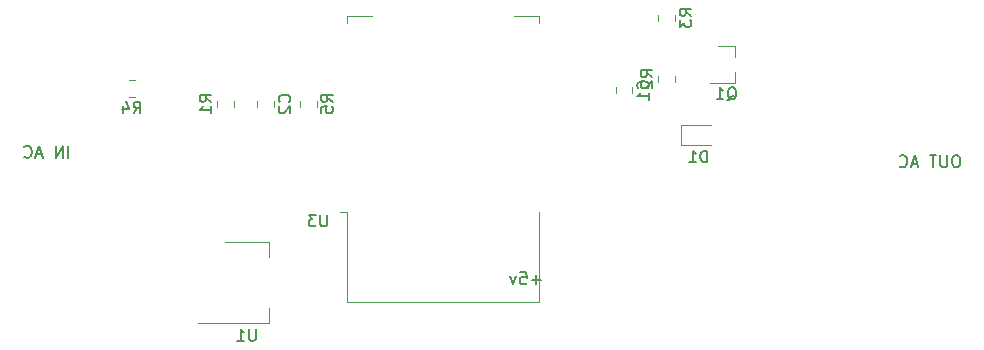
<source format=gbo>
G04 #@! TF.GenerationSoftware,KiCad,Pcbnew,5.1.12-84ad8e8a86~92~ubuntu20.04.1*
G04 #@! TF.CreationDate,2021-11-22T17:19:42+01:00*
G04 #@! TF.ProjectId,iotOnOff,696f744f-6e4f-4666-962e-6b696361645f,rev?*
G04 #@! TF.SameCoordinates,Original*
G04 #@! TF.FileFunction,Legend,Bot*
G04 #@! TF.FilePolarity,Positive*
%FSLAX46Y46*%
G04 Gerber Fmt 4.6, Leading zero omitted, Abs format (unit mm)*
G04 Created by KiCad (PCBNEW 5.1.12-84ad8e8a86~92~ubuntu20.04.1) date 2021-11-22 17:19:42*
%MOMM*%
%LPD*%
G01*
G04 APERTURE LIST*
%ADD10C,0.150000*%
%ADD11C,0.120000*%
%ADD12C,2.402000*%
%ADD13C,2.102000*%
%ADD14O,1.802000X1.802000*%
%ADD15C,2.602000*%
%ADD16C,3.102000*%
%ADD17C,1.902000*%
G04 APERTURE END LIST*
D10*
X144438095Y-106371428D02*
X143676190Y-106371428D01*
X144057142Y-106752380D02*
X144057142Y-105990476D01*
X142723809Y-105752380D02*
X143200000Y-105752380D01*
X143247619Y-106228571D01*
X143200000Y-106180952D01*
X143104761Y-106133333D01*
X142866666Y-106133333D01*
X142771428Y-106180952D01*
X142723809Y-106228571D01*
X142676190Y-106323809D01*
X142676190Y-106561904D01*
X142723809Y-106657142D01*
X142771428Y-106704761D01*
X142866666Y-106752380D01*
X143104761Y-106752380D01*
X143200000Y-106704761D01*
X143247619Y-106657142D01*
X142342857Y-106085714D02*
X142104761Y-106752380D01*
X141866666Y-106085714D01*
X179709523Y-95852380D02*
X179519047Y-95852380D01*
X179423809Y-95900000D01*
X179328571Y-95995238D01*
X179280952Y-96185714D01*
X179280952Y-96519047D01*
X179328571Y-96709523D01*
X179423809Y-96804761D01*
X179519047Y-96852380D01*
X179709523Y-96852380D01*
X179804761Y-96804761D01*
X179900000Y-96709523D01*
X179947619Y-96519047D01*
X179947619Y-96185714D01*
X179900000Y-95995238D01*
X179804761Y-95900000D01*
X179709523Y-95852380D01*
X178852380Y-95852380D02*
X178852380Y-96661904D01*
X178804761Y-96757142D01*
X178757142Y-96804761D01*
X178661904Y-96852380D01*
X178471428Y-96852380D01*
X178376190Y-96804761D01*
X178328571Y-96757142D01*
X178280952Y-96661904D01*
X178280952Y-95852380D01*
X177947619Y-95852380D02*
X177376190Y-95852380D01*
X177661904Y-96852380D02*
X177661904Y-95852380D01*
X176328571Y-96566666D02*
X175852380Y-96566666D01*
X176423809Y-96852380D02*
X176090476Y-95852380D01*
X175757142Y-96852380D01*
X174852380Y-96757142D02*
X174900000Y-96804761D01*
X175042857Y-96852380D01*
X175138095Y-96852380D01*
X175280952Y-96804761D01*
X175376190Y-96709523D01*
X175423809Y-96614285D01*
X175471428Y-96423809D01*
X175471428Y-96280952D01*
X175423809Y-96090476D01*
X175376190Y-95995238D01*
X175280952Y-95900000D01*
X175138095Y-95852380D01*
X175042857Y-95852380D01*
X174900000Y-95900000D01*
X174852380Y-95947619D01*
X104433333Y-96052380D02*
X104433333Y-95052380D01*
X103957142Y-96052380D02*
X103957142Y-95052380D01*
X103385714Y-96052380D01*
X103385714Y-95052380D01*
X102195238Y-95766666D02*
X101719047Y-95766666D01*
X102290476Y-96052380D02*
X101957142Y-95052380D01*
X101623809Y-96052380D01*
X100719047Y-95957142D02*
X100766666Y-96004761D01*
X100909523Y-96052380D01*
X101004761Y-96052380D01*
X101147619Y-96004761D01*
X101242857Y-95909523D01*
X101290476Y-95814285D01*
X101338095Y-95623809D01*
X101338095Y-95480952D01*
X101290476Y-95290476D01*
X101242857Y-95195238D01*
X101147619Y-95100000D01*
X101004761Y-95052380D01*
X100909523Y-95052380D01*
X100766666Y-95100000D01*
X100719047Y-95147619D01*
D11*
X128030000Y-108270000D02*
X144270000Y-108270000D01*
X144270000Y-108270000D02*
X144270000Y-100650000D01*
X144270000Y-84650000D02*
X144270000Y-84030000D01*
X144270000Y-84030000D02*
X142150000Y-84030000D01*
X130150000Y-84030000D02*
X128030000Y-84030000D01*
X128030000Y-84030000D02*
X128030000Y-84650000D01*
X128030000Y-100650000D02*
X128030000Y-108270000D01*
X128030000Y-100650000D02*
X127420000Y-100650000D01*
X121460000Y-103190000D02*
X121460000Y-104450000D01*
X121460000Y-110010000D02*
X121460000Y-108750000D01*
X117700000Y-103190000D02*
X121460000Y-103190000D01*
X115450000Y-110010000D02*
X121460000Y-110010000D01*
X125460000Y-91758578D02*
X125460000Y-91241422D01*
X124040000Y-91758578D02*
X124040000Y-91241422D01*
X109541422Y-90910000D02*
X110058578Y-90910000D01*
X109541422Y-89490000D02*
X110058578Y-89490000D01*
X155810000Y-84458578D02*
X155810000Y-83941422D01*
X154390000Y-84458578D02*
X154390000Y-83941422D01*
X154390000Y-89141422D02*
X154390000Y-89658578D01*
X155810000Y-89141422D02*
X155810000Y-89658578D01*
X117040000Y-91241422D02*
X117040000Y-91758578D01*
X118460000Y-91241422D02*
X118460000Y-91758578D01*
X160910000Y-86570000D02*
X160910000Y-87500000D01*
X160910000Y-89730000D02*
X160910000Y-88800000D01*
X160910000Y-89730000D02*
X158750000Y-89730000D01*
X160910000Y-86570000D02*
X159450000Y-86570000D01*
X156300000Y-95000000D02*
X156300000Y-93300000D01*
X156300000Y-93300000D02*
X158850000Y-93300000D01*
X156300000Y-95000000D02*
X158850000Y-95000000D01*
X121860000Y-91758578D02*
X121860000Y-91241422D01*
X120440000Y-91758578D02*
X120440000Y-91241422D01*
X152210000Y-90608578D02*
X152210000Y-90091422D01*
X150790000Y-90608578D02*
X150790000Y-90091422D01*
D10*
X126351904Y-100862380D02*
X126351904Y-101671904D01*
X126304285Y-101767142D01*
X126256666Y-101814761D01*
X126161428Y-101862380D01*
X125970952Y-101862380D01*
X125875714Y-101814761D01*
X125828095Y-101767142D01*
X125780476Y-101671904D01*
X125780476Y-100862380D01*
X125399523Y-100862380D02*
X124780476Y-100862380D01*
X125113809Y-101243333D01*
X124970952Y-101243333D01*
X124875714Y-101290952D01*
X124828095Y-101338571D01*
X124780476Y-101433809D01*
X124780476Y-101671904D01*
X124828095Y-101767142D01*
X124875714Y-101814761D01*
X124970952Y-101862380D01*
X125256666Y-101862380D01*
X125351904Y-101814761D01*
X125399523Y-101767142D01*
X120311904Y-110552380D02*
X120311904Y-111361904D01*
X120264285Y-111457142D01*
X120216666Y-111504761D01*
X120121428Y-111552380D01*
X119930952Y-111552380D01*
X119835714Y-111504761D01*
X119788095Y-111457142D01*
X119740476Y-111361904D01*
X119740476Y-110552380D01*
X118740476Y-111552380D02*
X119311904Y-111552380D01*
X119026190Y-111552380D02*
X119026190Y-110552380D01*
X119121428Y-110695238D01*
X119216666Y-110790476D01*
X119311904Y-110838095D01*
X126852380Y-91333333D02*
X126376190Y-91000000D01*
X126852380Y-90761904D02*
X125852380Y-90761904D01*
X125852380Y-91142857D01*
X125900000Y-91238095D01*
X125947619Y-91285714D01*
X126042857Y-91333333D01*
X126185714Y-91333333D01*
X126280952Y-91285714D01*
X126328571Y-91238095D01*
X126376190Y-91142857D01*
X126376190Y-90761904D01*
X125852380Y-92238095D02*
X125852380Y-91761904D01*
X126328571Y-91714285D01*
X126280952Y-91761904D01*
X126233333Y-91857142D01*
X126233333Y-92095238D01*
X126280952Y-92190476D01*
X126328571Y-92238095D01*
X126423809Y-92285714D01*
X126661904Y-92285714D01*
X126757142Y-92238095D01*
X126804761Y-92190476D01*
X126852380Y-92095238D01*
X126852380Y-91857142D01*
X126804761Y-91761904D01*
X126757142Y-91714285D01*
X109966666Y-92302380D02*
X110300000Y-91826190D01*
X110538095Y-92302380D02*
X110538095Y-91302380D01*
X110157142Y-91302380D01*
X110061904Y-91350000D01*
X110014285Y-91397619D01*
X109966666Y-91492857D01*
X109966666Y-91635714D01*
X110014285Y-91730952D01*
X110061904Y-91778571D01*
X110157142Y-91826190D01*
X110538095Y-91826190D01*
X109109523Y-91635714D02*
X109109523Y-92302380D01*
X109347619Y-91254761D02*
X109585714Y-91969047D01*
X108966666Y-91969047D01*
X157202380Y-84033333D02*
X156726190Y-83700000D01*
X157202380Y-83461904D02*
X156202380Y-83461904D01*
X156202380Y-83842857D01*
X156250000Y-83938095D01*
X156297619Y-83985714D01*
X156392857Y-84033333D01*
X156535714Y-84033333D01*
X156630952Y-83985714D01*
X156678571Y-83938095D01*
X156726190Y-83842857D01*
X156726190Y-83461904D01*
X156202380Y-84366666D02*
X156202380Y-84985714D01*
X156583333Y-84652380D01*
X156583333Y-84795238D01*
X156630952Y-84890476D01*
X156678571Y-84938095D01*
X156773809Y-84985714D01*
X157011904Y-84985714D01*
X157107142Y-84938095D01*
X157154761Y-84890476D01*
X157202380Y-84795238D01*
X157202380Y-84509523D01*
X157154761Y-84414285D01*
X157107142Y-84366666D01*
X153902380Y-89233333D02*
X153426190Y-88900000D01*
X153902380Y-88661904D02*
X152902380Y-88661904D01*
X152902380Y-89042857D01*
X152950000Y-89138095D01*
X152997619Y-89185714D01*
X153092857Y-89233333D01*
X153235714Y-89233333D01*
X153330952Y-89185714D01*
X153378571Y-89138095D01*
X153426190Y-89042857D01*
X153426190Y-88661904D01*
X152997619Y-89614285D02*
X152950000Y-89661904D01*
X152902380Y-89757142D01*
X152902380Y-89995238D01*
X152950000Y-90090476D01*
X152997619Y-90138095D01*
X153092857Y-90185714D01*
X153188095Y-90185714D01*
X153330952Y-90138095D01*
X153902380Y-89566666D01*
X153902380Y-90185714D01*
X116552380Y-91333333D02*
X116076190Y-91000000D01*
X116552380Y-90761904D02*
X115552380Y-90761904D01*
X115552380Y-91142857D01*
X115600000Y-91238095D01*
X115647619Y-91285714D01*
X115742857Y-91333333D01*
X115885714Y-91333333D01*
X115980952Y-91285714D01*
X116028571Y-91238095D01*
X116076190Y-91142857D01*
X116076190Y-90761904D01*
X116552380Y-92285714D02*
X116552380Y-91714285D01*
X116552380Y-92000000D02*
X115552380Y-92000000D01*
X115695238Y-91904761D01*
X115790476Y-91809523D01*
X115838095Y-91714285D01*
X160245238Y-91197619D02*
X160340476Y-91150000D01*
X160435714Y-91054761D01*
X160578571Y-90911904D01*
X160673809Y-90864285D01*
X160769047Y-90864285D01*
X160721428Y-91102380D02*
X160816666Y-91054761D01*
X160911904Y-90959523D01*
X160959523Y-90769047D01*
X160959523Y-90435714D01*
X160911904Y-90245238D01*
X160816666Y-90150000D01*
X160721428Y-90102380D01*
X160530952Y-90102380D01*
X160435714Y-90150000D01*
X160340476Y-90245238D01*
X160292857Y-90435714D01*
X160292857Y-90769047D01*
X160340476Y-90959523D01*
X160435714Y-91054761D01*
X160530952Y-91102380D01*
X160721428Y-91102380D01*
X159340476Y-91102380D02*
X159911904Y-91102380D01*
X159626190Y-91102380D02*
X159626190Y-90102380D01*
X159721428Y-90245238D01*
X159816666Y-90340476D01*
X159911904Y-90388095D01*
X158538095Y-96452380D02*
X158538095Y-95452380D01*
X158300000Y-95452380D01*
X158157142Y-95500000D01*
X158061904Y-95595238D01*
X158014285Y-95690476D01*
X157966666Y-95880952D01*
X157966666Y-96023809D01*
X158014285Y-96214285D01*
X158061904Y-96309523D01*
X158157142Y-96404761D01*
X158300000Y-96452380D01*
X158538095Y-96452380D01*
X157014285Y-96452380D02*
X157585714Y-96452380D01*
X157300000Y-96452380D02*
X157300000Y-95452380D01*
X157395238Y-95595238D01*
X157490476Y-95690476D01*
X157585714Y-95738095D01*
X123157142Y-91333333D02*
X123204761Y-91285714D01*
X123252380Y-91142857D01*
X123252380Y-91047619D01*
X123204761Y-90904761D01*
X123109523Y-90809523D01*
X123014285Y-90761904D01*
X122823809Y-90714285D01*
X122680952Y-90714285D01*
X122490476Y-90761904D01*
X122395238Y-90809523D01*
X122300000Y-90904761D01*
X122252380Y-91047619D01*
X122252380Y-91142857D01*
X122300000Y-91285714D01*
X122347619Y-91333333D01*
X122347619Y-91714285D02*
X122300000Y-91761904D01*
X122252380Y-91857142D01*
X122252380Y-92095238D01*
X122300000Y-92190476D01*
X122347619Y-92238095D01*
X122442857Y-92285714D01*
X122538095Y-92285714D01*
X122680952Y-92238095D01*
X123252380Y-91666666D01*
X123252380Y-92285714D01*
X153507142Y-90183333D02*
X153554761Y-90135714D01*
X153602380Y-89992857D01*
X153602380Y-89897619D01*
X153554761Y-89754761D01*
X153459523Y-89659523D01*
X153364285Y-89611904D01*
X153173809Y-89564285D01*
X153030952Y-89564285D01*
X152840476Y-89611904D01*
X152745238Y-89659523D01*
X152650000Y-89754761D01*
X152602380Y-89897619D01*
X152602380Y-89992857D01*
X152650000Y-90135714D01*
X152697619Y-90183333D01*
X153602380Y-91135714D02*
X153602380Y-90564285D01*
X153602380Y-90850000D02*
X152602380Y-90850000D01*
X152745238Y-90754761D01*
X152840476Y-90659523D01*
X152888095Y-90564285D01*
%LPC*%
G36*
G01*
X127249000Y-100150000D02*
X127249000Y-99150000D01*
G75*
G02*
X127300000Y-99099000I51000J0D01*
G01*
X129800000Y-99099000D01*
G75*
G02*
X129851000Y-99150000I0J-51000D01*
G01*
X129851000Y-100150000D01*
G75*
G02*
X129800000Y-100201000I-51000J0D01*
G01*
X127300000Y-100201000D01*
G75*
G02*
X127249000Y-100150000I0J51000D01*
G01*
G37*
G36*
G01*
X127249000Y-98150000D02*
X127249000Y-97150000D01*
G75*
G02*
X127300000Y-97099000I51000J0D01*
G01*
X129800000Y-97099000D01*
G75*
G02*
X129851000Y-97150000I0J-51000D01*
G01*
X129851000Y-98150000D01*
G75*
G02*
X129800000Y-98201000I-51000J0D01*
G01*
X127300000Y-98201000D01*
G75*
G02*
X127249000Y-98150000I0J51000D01*
G01*
G37*
G36*
G01*
X127249000Y-96150000D02*
X127249000Y-95150000D01*
G75*
G02*
X127300000Y-95099000I51000J0D01*
G01*
X129800000Y-95099000D01*
G75*
G02*
X129851000Y-95150000I0J-51000D01*
G01*
X129851000Y-96150000D01*
G75*
G02*
X129800000Y-96201000I-51000J0D01*
G01*
X127300000Y-96201000D01*
G75*
G02*
X127249000Y-96150000I0J51000D01*
G01*
G37*
G36*
G01*
X127249000Y-94150000D02*
X127249000Y-93150000D01*
G75*
G02*
X127300000Y-93099000I51000J0D01*
G01*
X129800000Y-93099000D01*
G75*
G02*
X129851000Y-93150000I0J-51000D01*
G01*
X129851000Y-94150000D01*
G75*
G02*
X129800000Y-94201000I-51000J0D01*
G01*
X127300000Y-94201000D01*
G75*
G02*
X127249000Y-94150000I0J51000D01*
G01*
G37*
G36*
G01*
X127249000Y-92150000D02*
X127249000Y-91150000D01*
G75*
G02*
X127300000Y-91099000I51000J0D01*
G01*
X129800000Y-91099000D01*
G75*
G02*
X129851000Y-91150000I0J-51000D01*
G01*
X129851000Y-92150000D01*
G75*
G02*
X129800000Y-92201000I-51000J0D01*
G01*
X127300000Y-92201000D01*
G75*
G02*
X127249000Y-92150000I0J51000D01*
G01*
G37*
G36*
G01*
X127249000Y-90150000D02*
X127249000Y-89150000D01*
G75*
G02*
X127300000Y-89099000I51000J0D01*
G01*
X129800000Y-89099000D01*
G75*
G02*
X129851000Y-89150000I0J-51000D01*
G01*
X129851000Y-90150000D01*
G75*
G02*
X129800000Y-90201000I-51000J0D01*
G01*
X127300000Y-90201000D01*
G75*
G02*
X127249000Y-90150000I0J51000D01*
G01*
G37*
G36*
G01*
X127249000Y-88150000D02*
X127249000Y-87150000D01*
G75*
G02*
X127300000Y-87099000I51000J0D01*
G01*
X129800000Y-87099000D01*
G75*
G02*
X129851000Y-87150000I0J-51000D01*
G01*
X129851000Y-88150000D01*
G75*
G02*
X129800000Y-88201000I-51000J0D01*
G01*
X127300000Y-88201000D01*
G75*
G02*
X127249000Y-88150000I0J51000D01*
G01*
G37*
G36*
G01*
X127249000Y-86150000D02*
X127249000Y-85150000D01*
G75*
G02*
X127300000Y-85099000I51000J0D01*
G01*
X129800000Y-85099000D01*
G75*
G02*
X129851000Y-85150000I0J-51000D01*
G01*
X129851000Y-86150000D01*
G75*
G02*
X129800000Y-86201000I-51000J0D01*
G01*
X127300000Y-86201000D01*
G75*
G02*
X127249000Y-86150000I0J51000D01*
G01*
G37*
G36*
G01*
X130599000Y-85050000D02*
X130599000Y-83250000D01*
G75*
G02*
X130650000Y-83199000I51000J0D01*
G01*
X131650000Y-83199000D01*
G75*
G02*
X131701000Y-83250000I0J-51000D01*
G01*
X131701000Y-85050000D01*
G75*
G02*
X131650000Y-85101000I-51000J0D01*
G01*
X130650000Y-85101000D01*
G75*
G02*
X130599000Y-85050000I0J51000D01*
G01*
G37*
G36*
G01*
X132599000Y-85050000D02*
X132599000Y-83250000D01*
G75*
G02*
X132650000Y-83199000I51000J0D01*
G01*
X133650000Y-83199000D01*
G75*
G02*
X133701000Y-83250000I0J-51000D01*
G01*
X133701000Y-85050000D01*
G75*
G02*
X133650000Y-85101000I-51000J0D01*
G01*
X132650000Y-85101000D01*
G75*
G02*
X132599000Y-85050000I0J51000D01*
G01*
G37*
G36*
G01*
X134599000Y-85050000D02*
X134599000Y-83250000D01*
G75*
G02*
X134650000Y-83199000I51000J0D01*
G01*
X135650000Y-83199000D01*
G75*
G02*
X135701000Y-83250000I0J-51000D01*
G01*
X135701000Y-85050000D01*
G75*
G02*
X135650000Y-85101000I-51000J0D01*
G01*
X134650000Y-85101000D01*
G75*
G02*
X134599000Y-85050000I0J51000D01*
G01*
G37*
G36*
G01*
X136599000Y-85050000D02*
X136599000Y-83250000D01*
G75*
G02*
X136650000Y-83199000I51000J0D01*
G01*
X137650000Y-83199000D01*
G75*
G02*
X137701000Y-83250000I0J-51000D01*
G01*
X137701000Y-85050000D01*
G75*
G02*
X137650000Y-85101000I-51000J0D01*
G01*
X136650000Y-85101000D01*
G75*
G02*
X136599000Y-85050000I0J51000D01*
G01*
G37*
G36*
G01*
X138599000Y-85050000D02*
X138599000Y-83250000D01*
G75*
G02*
X138650000Y-83199000I51000J0D01*
G01*
X139650000Y-83199000D01*
G75*
G02*
X139701000Y-83250000I0J-51000D01*
G01*
X139701000Y-85050000D01*
G75*
G02*
X139650000Y-85101000I-51000J0D01*
G01*
X138650000Y-85101000D01*
G75*
G02*
X138599000Y-85050000I0J51000D01*
G01*
G37*
G36*
G01*
X140599000Y-85050000D02*
X140599000Y-83250000D01*
G75*
G02*
X140650000Y-83199000I51000J0D01*
G01*
X141650000Y-83199000D01*
G75*
G02*
X141701000Y-83250000I0J-51000D01*
G01*
X141701000Y-85050000D01*
G75*
G02*
X141650000Y-85101000I-51000J0D01*
G01*
X140650000Y-85101000D01*
G75*
G02*
X140599000Y-85050000I0J51000D01*
G01*
G37*
G36*
G01*
X142449000Y-86150000D02*
X142449000Y-85150000D01*
G75*
G02*
X142500000Y-85099000I51000J0D01*
G01*
X145000000Y-85099000D01*
G75*
G02*
X145051000Y-85150000I0J-51000D01*
G01*
X145051000Y-86150000D01*
G75*
G02*
X145000000Y-86201000I-51000J0D01*
G01*
X142500000Y-86201000D01*
G75*
G02*
X142449000Y-86150000I0J51000D01*
G01*
G37*
G36*
G01*
X142449000Y-88150000D02*
X142449000Y-87150000D01*
G75*
G02*
X142500000Y-87099000I51000J0D01*
G01*
X145000000Y-87099000D01*
G75*
G02*
X145051000Y-87150000I0J-51000D01*
G01*
X145051000Y-88150000D01*
G75*
G02*
X145000000Y-88201000I-51000J0D01*
G01*
X142500000Y-88201000D01*
G75*
G02*
X142449000Y-88150000I0J51000D01*
G01*
G37*
G36*
G01*
X142449000Y-90150000D02*
X142449000Y-89150000D01*
G75*
G02*
X142500000Y-89099000I51000J0D01*
G01*
X145000000Y-89099000D01*
G75*
G02*
X145051000Y-89150000I0J-51000D01*
G01*
X145051000Y-90150000D01*
G75*
G02*
X145000000Y-90201000I-51000J0D01*
G01*
X142500000Y-90201000D01*
G75*
G02*
X142449000Y-90150000I0J51000D01*
G01*
G37*
G36*
G01*
X142449000Y-92150000D02*
X142449000Y-91150000D01*
G75*
G02*
X142500000Y-91099000I51000J0D01*
G01*
X145000000Y-91099000D01*
G75*
G02*
X145051000Y-91150000I0J-51000D01*
G01*
X145051000Y-92150000D01*
G75*
G02*
X145000000Y-92201000I-51000J0D01*
G01*
X142500000Y-92201000D01*
G75*
G02*
X142449000Y-92150000I0J51000D01*
G01*
G37*
G36*
G01*
X142449000Y-94150000D02*
X142449000Y-93150000D01*
G75*
G02*
X142500000Y-93099000I51000J0D01*
G01*
X145000000Y-93099000D01*
G75*
G02*
X145051000Y-93150000I0J-51000D01*
G01*
X145051000Y-94150000D01*
G75*
G02*
X145000000Y-94201000I-51000J0D01*
G01*
X142500000Y-94201000D01*
G75*
G02*
X142449000Y-94150000I0J51000D01*
G01*
G37*
G36*
G01*
X142449000Y-96150000D02*
X142449000Y-95150000D01*
G75*
G02*
X142500000Y-95099000I51000J0D01*
G01*
X145000000Y-95099000D01*
G75*
G02*
X145051000Y-95150000I0J-51000D01*
G01*
X145051000Y-96150000D01*
G75*
G02*
X145000000Y-96201000I-51000J0D01*
G01*
X142500000Y-96201000D01*
G75*
G02*
X142449000Y-96150000I0J51000D01*
G01*
G37*
G36*
G01*
X142449000Y-98150000D02*
X142449000Y-97150000D01*
G75*
G02*
X142500000Y-97099000I51000J0D01*
G01*
X145000000Y-97099000D01*
G75*
G02*
X145051000Y-97150000I0J-51000D01*
G01*
X145051000Y-98150000D01*
G75*
G02*
X145000000Y-98201000I-51000J0D01*
G01*
X142500000Y-98201000D01*
G75*
G02*
X142449000Y-98150000I0J51000D01*
G01*
G37*
G36*
G01*
X142449000Y-100150000D02*
X142449000Y-99150000D01*
G75*
G02*
X142500000Y-99099000I51000J0D01*
G01*
X145000000Y-99099000D01*
G75*
G02*
X145051000Y-99150000I0J-51000D01*
G01*
X145051000Y-100150000D01*
G75*
G02*
X145000000Y-100201000I-51000J0D01*
G01*
X142500000Y-100201000D01*
G75*
G02*
X142449000Y-100150000I0J51000D01*
G01*
G37*
D12*
X146700000Y-105900000D03*
X117300000Y-100700000D03*
G36*
G01*
X116099000Y-96700000D02*
X116099000Y-94700000D01*
G75*
G02*
X116150000Y-94649000I51000J0D01*
G01*
X118450000Y-94649000D01*
G75*
G02*
X118501000Y-94700000I0J-51000D01*
G01*
X118501000Y-96700000D01*
G75*
G02*
X118450000Y-96751000I-51000J0D01*
G01*
X116150000Y-96751000D01*
G75*
G02*
X116099000Y-96700000I0J51000D01*
G01*
G37*
X146700000Y-90500000D03*
D13*
X124300000Y-81850000D03*
X124300000Y-86350000D03*
X117800000Y-81850000D03*
X117800000Y-86350000D03*
X178400000Y-92450000D03*
X178400000Y-100950000D03*
G36*
G01*
X154200000Y-108301000D02*
X152500000Y-108301000D01*
G75*
G02*
X152449000Y-108250000I0J51000D01*
G01*
X152449000Y-106550000D01*
G75*
G02*
X152500000Y-106499000I51000J0D01*
G01*
X154200000Y-106499000D01*
G75*
G02*
X154251000Y-106550000I0J-51000D01*
G01*
X154251000Y-108250000D01*
G75*
G02*
X154200000Y-108301000I-51000J0D01*
G01*
G37*
D14*
X155890000Y-107400000D03*
X158430000Y-107400000D03*
X160970000Y-107400000D03*
D13*
X101550000Y-100100000D03*
X101550000Y-91600000D03*
G36*
G01*
X121649000Y-108500000D02*
X121649000Y-104700000D01*
G75*
G02*
X121700000Y-104649000I51000J0D01*
G01*
X123700000Y-104649000D01*
G75*
G02*
X123751000Y-104700000I0J-51000D01*
G01*
X123751000Y-108500000D01*
G75*
G02*
X123700000Y-108551000I-51000J0D01*
G01*
X121700000Y-108551000D01*
G75*
G02*
X121649000Y-108500000I0J51000D01*
G01*
G37*
G36*
G01*
X115349000Y-107350000D02*
X115349000Y-105850000D01*
G75*
G02*
X115400000Y-105799000I51000J0D01*
G01*
X117400000Y-105799000D01*
G75*
G02*
X117451000Y-105850000I0J-51000D01*
G01*
X117451000Y-107350000D01*
G75*
G02*
X117400000Y-107401000I-51000J0D01*
G01*
X115400000Y-107401000D01*
G75*
G02*
X115349000Y-107350000I0J51000D01*
G01*
G37*
G36*
G01*
X115349000Y-105050000D02*
X115349000Y-103550000D01*
G75*
G02*
X115400000Y-103499000I51000J0D01*
G01*
X117400000Y-103499000D01*
G75*
G02*
X117451000Y-103550000I0J-51000D01*
G01*
X117451000Y-105050000D01*
G75*
G02*
X117400000Y-105101000I-51000J0D01*
G01*
X115400000Y-105101000D01*
G75*
G02*
X115349000Y-105050000I0J51000D01*
G01*
G37*
G36*
G01*
X115349000Y-109650000D02*
X115349000Y-108150000D01*
G75*
G02*
X115400000Y-108099000I51000J0D01*
G01*
X117400000Y-108099000D01*
G75*
G02*
X117451000Y-108150000I0J-51000D01*
G01*
X117451000Y-109650000D01*
G75*
G02*
X117400000Y-109701000I-51000J0D01*
G01*
X115400000Y-109701000D01*
G75*
G02*
X115349000Y-109650000I0J51000D01*
G01*
G37*
G36*
G01*
X125231750Y-92976000D02*
X124268250Y-92976000D01*
G75*
G02*
X123999000Y-92706750I0J269250D01*
G01*
X123999000Y-92168250D01*
G75*
G02*
X124268250Y-91899000I269250J0D01*
G01*
X125231750Y-91899000D01*
G75*
G02*
X125501000Y-92168250I0J-269250D01*
G01*
X125501000Y-92706750D01*
G75*
G02*
X125231750Y-92976000I-269250J0D01*
G01*
G37*
G36*
G01*
X125231750Y-91101000D02*
X124268250Y-91101000D01*
G75*
G02*
X123999000Y-90831750I0J269250D01*
G01*
X123999000Y-90293250D01*
G75*
G02*
X124268250Y-90024000I269250J0D01*
G01*
X125231750Y-90024000D01*
G75*
G02*
X125501000Y-90293250I0J-269250D01*
G01*
X125501000Y-90831750D01*
G75*
G02*
X125231750Y-91101000I-269250J0D01*
G01*
G37*
G36*
G01*
X108324000Y-90681750D02*
X108324000Y-89718250D01*
G75*
G02*
X108593250Y-89449000I269250J0D01*
G01*
X109131750Y-89449000D01*
G75*
G02*
X109401000Y-89718250I0J-269250D01*
G01*
X109401000Y-90681750D01*
G75*
G02*
X109131750Y-90951000I-269250J0D01*
G01*
X108593250Y-90951000D01*
G75*
G02*
X108324000Y-90681750I0J269250D01*
G01*
G37*
G36*
G01*
X110199000Y-90681750D02*
X110199000Y-89718250D01*
G75*
G02*
X110468250Y-89449000I269250J0D01*
G01*
X111006750Y-89449000D01*
G75*
G02*
X111276000Y-89718250I0J-269250D01*
G01*
X111276000Y-90681750D01*
G75*
G02*
X111006750Y-90951000I-269250J0D01*
G01*
X110468250Y-90951000D01*
G75*
G02*
X110199000Y-90681750I0J269250D01*
G01*
G37*
G36*
G01*
X155581750Y-85676000D02*
X154618250Y-85676000D01*
G75*
G02*
X154349000Y-85406750I0J269250D01*
G01*
X154349000Y-84868250D01*
G75*
G02*
X154618250Y-84599000I269250J0D01*
G01*
X155581750Y-84599000D01*
G75*
G02*
X155851000Y-84868250I0J-269250D01*
G01*
X155851000Y-85406750D01*
G75*
G02*
X155581750Y-85676000I-269250J0D01*
G01*
G37*
G36*
G01*
X155581750Y-83801000D02*
X154618250Y-83801000D01*
G75*
G02*
X154349000Y-83531750I0J269250D01*
G01*
X154349000Y-82993250D01*
G75*
G02*
X154618250Y-82724000I269250J0D01*
G01*
X155581750Y-82724000D01*
G75*
G02*
X155851000Y-82993250I0J-269250D01*
G01*
X155851000Y-83531750D01*
G75*
G02*
X155581750Y-83801000I-269250J0D01*
G01*
G37*
G36*
G01*
X154618250Y-87924000D02*
X155581750Y-87924000D01*
G75*
G02*
X155851000Y-88193250I0J-269250D01*
G01*
X155851000Y-88731750D01*
G75*
G02*
X155581750Y-89001000I-269250J0D01*
G01*
X154618250Y-89001000D01*
G75*
G02*
X154349000Y-88731750I0J269250D01*
G01*
X154349000Y-88193250D01*
G75*
G02*
X154618250Y-87924000I269250J0D01*
G01*
G37*
G36*
G01*
X154618250Y-89799000D02*
X155581750Y-89799000D01*
G75*
G02*
X155851000Y-90068250I0J-269250D01*
G01*
X155851000Y-90606750D01*
G75*
G02*
X155581750Y-90876000I-269250J0D01*
G01*
X154618250Y-90876000D01*
G75*
G02*
X154349000Y-90606750I0J269250D01*
G01*
X154349000Y-90068250D01*
G75*
G02*
X154618250Y-89799000I269250J0D01*
G01*
G37*
G36*
G01*
X117268250Y-90024000D02*
X118231750Y-90024000D01*
G75*
G02*
X118501000Y-90293250I0J-269250D01*
G01*
X118501000Y-90831750D01*
G75*
G02*
X118231750Y-91101000I-269250J0D01*
G01*
X117268250Y-91101000D01*
G75*
G02*
X116999000Y-90831750I0J269250D01*
G01*
X116999000Y-90293250D01*
G75*
G02*
X117268250Y-90024000I269250J0D01*
G01*
G37*
G36*
G01*
X117268250Y-91899000D02*
X118231750Y-91899000D01*
G75*
G02*
X118501000Y-92168250I0J-269250D01*
G01*
X118501000Y-92706750D01*
G75*
G02*
X118231750Y-92976000I-269250J0D01*
G01*
X117268250Y-92976000D01*
G75*
G02*
X116999000Y-92706750I0J269250D01*
G01*
X116999000Y-92168250D01*
G75*
G02*
X117268250Y-91899000I269250J0D01*
G01*
G37*
G36*
G01*
X158649000Y-89500000D02*
X158649000Y-88700000D01*
G75*
G02*
X158700000Y-88649000I51000J0D01*
G01*
X159600000Y-88649000D01*
G75*
G02*
X159651000Y-88700000I0J-51000D01*
G01*
X159651000Y-89500000D01*
G75*
G02*
X159600000Y-89551000I-51000J0D01*
G01*
X158700000Y-89551000D01*
G75*
G02*
X158649000Y-89500000I0J51000D01*
G01*
G37*
G36*
G01*
X158649000Y-87600000D02*
X158649000Y-86800000D01*
G75*
G02*
X158700000Y-86749000I51000J0D01*
G01*
X159600000Y-86749000D01*
G75*
G02*
X159651000Y-86800000I0J-51000D01*
G01*
X159651000Y-87600000D01*
G75*
G02*
X159600000Y-87651000I-51000J0D01*
G01*
X158700000Y-87651000D01*
G75*
G02*
X158649000Y-87600000I0J51000D01*
G01*
G37*
G36*
G01*
X160649000Y-88550000D02*
X160649000Y-87750000D01*
G75*
G02*
X160700000Y-87699000I51000J0D01*
G01*
X161600000Y-87699000D01*
G75*
G02*
X161651000Y-87750000I0J-51000D01*
G01*
X161651000Y-88550000D01*
G75*
G02*
X161600000Y-88601000I-51000J0D01*
G01*
X160700000Y-88601000D01*
G75*
G02*
X160649000Y-88550000I0J51000D01*
G01*
G37*
D15*
X163550000Y-96450000D03*
D16*
X163550000Y-84250000D03*
X151500000Y-84200000D03*
D15*
X151550000Y-96450000D03*
D16*
X157500000Y-98400000D03*
G36*
G01*
X105999000Y-83800000D02*
X105999000Y-82000000D01*
G75*
G02*
X106050000Y-81949000I51000J0D01*
G01*
X107850000Y-81949000D01*
G75*
G02*
X107901000Y-82000000I0J-51000D01*
G01*
X107901000Y-83800000D01*
G75*
G02*
X107850000Y-83851000I-51000J0D01*
G01*
X106050000Y-83851000D01*
G75*
G02*
X105999000Y-83800000I0J51000D01*
G01*
G37*
D17*
X109490000Y-82900000D03*
G36*
G01*
X156399000Y-94400000D02*
X156399000Y-93900000D01*
G75*
G02*
X156450000Y-93849000I51000J0D01*
G01*
X156950000Y-93849000D01*
G75*
G02*
X157001000Y-93900000I0J-51000D01*
G01*
X157001000Y-94400000D01*
G75*
G02*
X156950000Y-94451000I-51000J0D01*
G01*
X156450000Y-94451000D01*
G75*
G02*
X156399000Y-94400000I0J51000D01*
G01*
G37*
G36*
G01*
X158599000Y-94400000D02*
X158599000Y-93900000D01*
G75*
G02*
X158650000Y-93849000I51000J0D01*
G01*
X159150000Y-93849000D01*
G75*
G02*
X159201000Y-93900000I0J-51000D01*
G01*
X159201000Y-94400000D01*
G75*
G02*
X159150000Y-94451000I-51000J0D01*
G01*
X158650000Y-94451000D01*
G75*
G02*
X158599000Y-94400000I0J51000D01*
G01*
G37*
G36*
G01*
X121631750Y-92976000D02*
X120668250Y-92976000D01*
G75*
G02*
X120399000Y-92706750I0J269250D01*
G01*
X120399000Y-92168250D01*
G75*
G02*
X120668250Y-91899000I269250J0D01*
G01*
X121631750Y-91899000D01*
G75*
G02*
X121901000Y-92168250I0J-269250D01*
G01*
X121901000Y-92706750D01*
G75*
G02*
X121631750Y-92976000I-269250J0D01*
G01*
G37*
G36*
G01*
X121631750Y-91101000D02*
X120668250Y-91101000D01*
G75*
G02*
X120399000Y-90831750I0J269250D01*
G01*
X120399000Y-90293250D01*
G75*
G02*
X120668250Y-90024000I269250J0D01*
G01*
X121631750Y-90024000D01*
G75*
G02*
X121901000Y-90293250I0J-269250D01*
G01*
X121901000Y-90831750D01*
G75*
G02*
X121631750Y-91101000I-269250J0D01*
G01*
G37*
G36*
G01*
X151981750Y-91826000D02*
X151018250Y-91826000D01*
G75*
G02*
X150749000Y-91556750I0J269250D01*
G01*
X150749000Y-91018250D01*
G75*
G02*
X151018250Y-90749000I269250J0D01*
G01*
X151981750Y-90749000D01*
G75*
G02*
X152251000Y-91018250I0J-269250D01*
G01*
X152251000Y-91556750D01*
G75*
G02*
X151981750Y-91826000I-269250J0D01*
G01*
G37*
G36*
G01*
X151981750Y-89951000D02*
X151018250Y-89951000D01*
G75*
G02*
X150749000Y-89681750I0J269250D01*
G01*
X150749000Y-89143250D01*
G75*
G02*
X151018250Y-88874000I269250J0D01*
G01*
X151981750Y-88874000D01*
G75*
G02*
X152251000Y-89143250I0J-269250D01*
G01*
X152251000Y-89681750D01*
G75*
G02*
X151981750Y-89951000I-269250J0D01*
G01*
G37*
M02*

</source>
